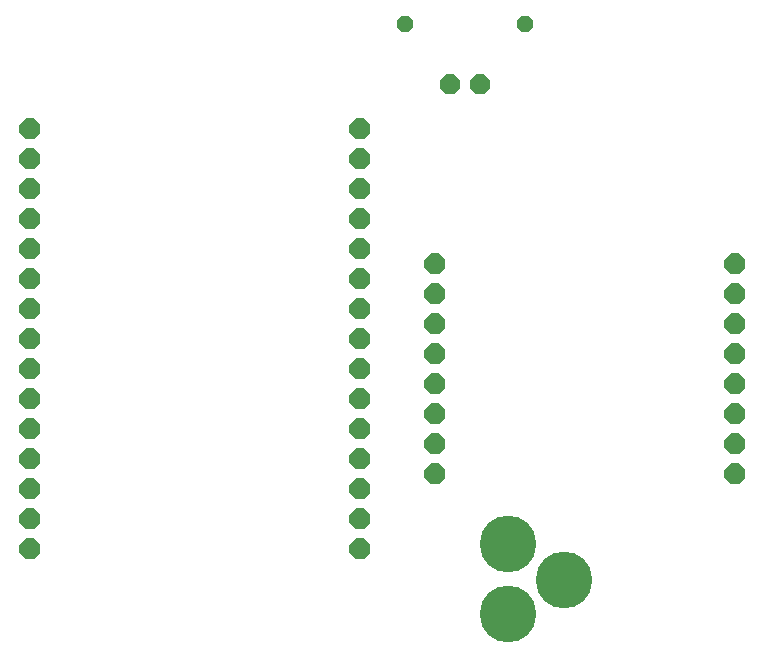
<source format=gbr>
G04 EAGLE Gerber RS-274X export*
G75*
%MOMM*%
%FSLAX34Y34*%
%LPD*%
%INTop Copper*%
%IPPOS*%
%AMOC8*
5,1,8,0,0,1.08239X$1,22.5*%
G01*
%ADD10P,1.924489X8X22.500000*%
%ADD11P,1.924489X8X202.500000*%
%ADD12C,4.800000*%
%ADD13P,1.814519X8X202.500000*%
%ADD14P,1.429621X8X202.500000*%


D10*
X114300Y469900D03*
X114300Y444500D03*
X114300Y419100D03*
X114300Y393700D03*
X114300Y368300D03*
X114300Y342900D03*
X114300Y317500D03*
X114300Y292100D03*
X114300Y266700D03*
X114300Y241300D03*
X114300Y215900D03*
X114300Y190500D03*
X114300Y165100D03*
X114300Y139700D03*
X114300Y114300D03*
X393700Y114300D03*
X393700Y139700D03*
X393700Y165100D03*
X393700Y190500D03*
X393700Y215900D03*
X393700Y241300D03*
X393700Y266700D03*
X393700Y292100D03*
X393700Y317500D03*
X393700Y342900D03*
X393700Y368300D03*
X393700Y393700D03*
X393700Y419100D03*
X393700Y444500D03*
X393700Y469900D03*
D11*
X711200Y177800D03*
X711200Y203200D03*
X711200Y228600D03*
X711200Y254000D03*
X711200Y279400D03*
X711200Y304800D03*
X711200Y330200D03*
X711200Y355600D03*
X457200Y355600D03*
X457200Y330200D03*
X457200Y304800D03*
X457200Y279400D03*
X457200Y254000D03*
X457200Y228600D03*
X457200Y203200D03*
X457200Y177800D03*
D12*
X566700Y88300D03*
X519700Y118300D03*
X519700Y59300D03*
D13*
X495300Y508000D03*
X469900Y508000D03*
D14*
X533400Y558800D03*
X431800Y558800D03*
M02*

</source>
